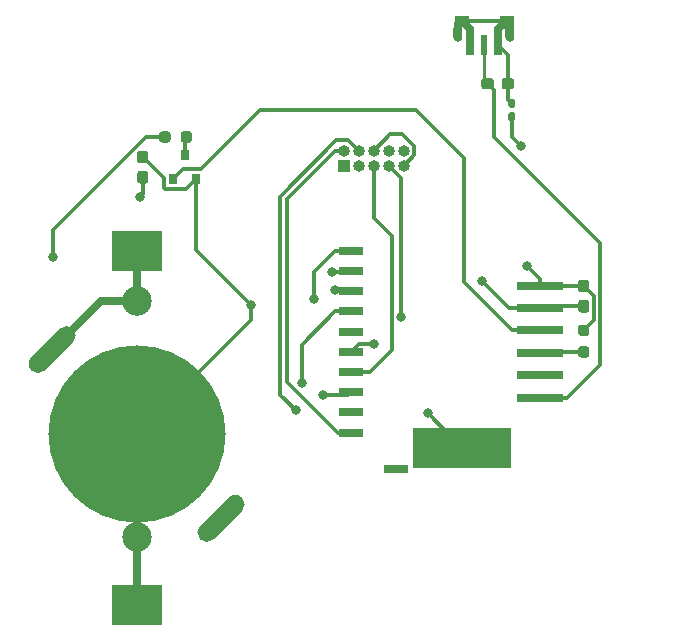
<source format=gbr>
G04 #@! TF.GenerationSoftware,KiCad,Pcbnew,(5.1.9-0-10_14)*
G04 #@! TF.CreationDate,2021-03-14T11:16:57+08:00*
G04 #@! TF.ProjectId,mops-out,6d6f7073-2d6f-4757-942e-6b696361645f,rev?*
G04 #@! TF.SameCoordinates,Original*
G04 #@! TF.FileFunction,Copper,L1,Top*
G04 #@! TF.FilePolarity,Positive*
%FSLAX46Y46*%
G04 Gerber Fmt 4.6, Leading zero omitted, Abs format (unit mm)*
G04 Created by KiCad (PCBNEW (5.1.9-0-10_14)) date 2021-03-14 11:16:57*
%MOMM*%
%LPD*%
G01*
G04 APERTURE LIST*
G04 #@! TA.AperFunction,SMDPad,CuDef*
%ADD10R,4.199992X3.499993*%
G04 #@! TD*
G04 #@! TA.AperFunction,ComponentPad*
%ADD11C,2.499995*%
G04 #@! TD*
G04 #@! TA.AperFunction,SMDPad,CuDef*
%ADD12C,14.999995*%
G04 #@! TD*
G04 #@! TA.AperFunction,SMDPad,CuDef*
%ADD13R,0.800000X0.900000*%
G04 #@! TD*
G04 #@! TA.AperFunction,SMDPad,CuDef*
%ADD14R,8.400034X3.499866*%
G04 #@! TD*
G04 #@! TA.AperFunction,SMDPad,CuDef*
%ADD15R,1.999996X0.800100*%
G04 #@! TD*
G04 #@! TA.AperFunction,SMDPad,CuDef*
%ADD16R,3.999992X0.800100*%
G04 #@! TD*
G04 #@! TA.AperFunction,ComponentPad*
%ADD17O,1.000000X1.000000*%
G04 #@! TD*
G04 #@! TA.AperFunction,ComponentPad*
%ADD18R,1.000000X1.000000*%
G04 #@! TD*
G04 #@! TA.AperFunction,ComponentPad*
%ADD19O,0.762000X1.524000*%
G04 #@! TD*
G04 #@! TA.AperFunction,SMDPad,CuDef*
%ADD20R,1.299997X0.899998*%
G04 #@! TD*
G04 #@! TA.AperFunction,SMDPad,CuDef*
%ADD21R,0.750011X1.799996*%
G04 #@! TD*
G04 #@! TA.AperFunction,SMDPad,CuDef*
%ADD22R,0.599948X1.799996*%
G04 #@! TD*
G04 #@! TA.AperFunction,ViaPad*
%ADD23C,0.800000*%
G04 #@! TD*
G04 #@! TA.AperFunction,Conductor*
%ADD24C,0.650000*%
G04 #@! TD*
G04 #@! TA.AperFunction,Conductor*
%ADD25C,0.350000*%
G04 #@! TD*
G04 #@! TA.AperFunction,Conductor*
%ADD26C,0.250000*%
G04 #@! TD*
G04 APERTURE END LIST*
D10*
X115570000Y-67054222D03*
X115570000Y-97029778D03*
D11*
X115570000Y-91279980D03*
X115570000Y-71280020D03*
G04 #@! TA.AperFunction,ComponentPad*
G36*
G01*
X124487863Y-89063705D02*
X122083705Y-91467863D01*
G75*
G02*
X120952337Y-91467863I-565684J565684D01*
G01*
X120952337Y-91467863D01*
G75*
G02*
X120952337Y-90336495I565684J565684D01*
G01*
X123356495Y-87932337D01*
G75*
G02*
X124487863Y-87932337I565684J-565684D01*
G01*
X124487863Y-87932337D01*
G75*
G02*
X124487863Y-89063705I-565684J-565684D01*
G01*
G37*
G04 #@! TD.AperFunction*
G04 #@! TA.AperFunction,ComponentPad*
G36*
G01*
X110187663Y-74763505D02*
X107783505Y-77167663D01*
G75*
G02*
X106652137Y-77167663I-565684J565684D01*
G01*
X106652137Y-77167663D01*
G75*
G02*
X106652137Y-76036295I565684J565684D01*
G01*
X109056295Y-73632137D01*
G75*
G02*
X110187663Y-73632137I565684J-565684D01*
G01*
X110187663Y-73632137D01*
G75*
G02*
X110187663Y-74763505I-565684J-565684D01*
G01*
G37*
G04 #@! TD.AperFunction*
D12*
X115570000Y-82550000D03*
G04 #@! TA.AperFunction,SMDPad,CuDef*
G36*
G01*
X119297000Y-57641500D02*
X119297000Y-57166500D01*
G75*
G02*
X119534500Y-56929000I237500J0D01*
G01*
X120034500Y-56929000D01*
G75*
G02*
X120272000Y-57166500I0J-237500D01*
G01*
X120272000Y-57641500D01*
G75*
G02*
X120034500Y-57879000I-237500J0D01*
G01*
X119534500Y-57879000D01*
G75*
G02*
X119297000Y-57641500I0J237500D01*
G01*
G37*
G04 #@! TD.AperFunction*
G04 #@! TA.AperFunction,SMDPad,CuDef*
G36*
G01*
X117472000Y-57641500D02*
X117472000Y-57166500D01*
G75*
G02*
X117709500Y-56929000I237500J0D01*
G01*
X118209500Y-56929000D01*
G75*
G02*
X118447000Y-57166500I0J-237500D01*
G01*
X118447000Y-57641500D01*
G75*
G02*
X118209500Y-57879000I-237500J0D01*
G01*
X117709500Y-57879000D01*
G75*
G02*
X117472000Y-57641500I0J237500D01*
G01*
G37*
G04 #@! TD.AperFunction*
G04 #@! TA.AperFunction,SMDPad,CuDef*
G36*
G01*
X153178500Y-75101000D02*
X153653500Y-75101000D01*
G75*
G02*
X153891000Y-75338500I0J-237500D01*
G01*
X153891000Y-75838500D01*
G75*
G02*
X153653500Y-76076000I-237500J0D01*
G01*
X153178500Y-76076000D01*
G75*
G02*
X152941000Y-75838500I0J237500D01*
G01*
X152941000Y-75338500D01*
G75*
G02*
X153178500Y-75101000I237500J0D01*
G01*
G37*
G04 #@! TD.AperFunction*
G04 #@! TA.AperFunction,SMDPad,CuDef*
G36*
G01*
X153178500Y-73276000D02*
X153653500Y-73276000D01*
G75*
G02*
X153891000Y-73513500I0J-237500D01*
G01*
X153891000Y-74013500D01*
G75*
G02*
X153653500Y-74251000I-237500J0D01*
G01*
X153178500Y-74251000D01*
G75*
G02*
X152941000Y-74013500I0J237500D01*
G01*
X152941000Y-73513500D01*
G75*
G02*
X153178500Y-73276000I237500J0D01*
G01*
G37*
G04 #@! TD.AperFunction*
D13*
X119634000Y-58944000D03*
X120584000Y-60944000D03*
X118684000Y-60944000D03*
G04 #@! TA.AperFunction,SMDPad,CuDef*
G36*
G01*
X115840500Y-60269000D02*
X116315500Y-60269000D01*
G75*
G02*
X116553000Y-60506500I0J-237500D01*
G01*
X116553000Y-61106500D01*
G75*
G02*
X116315500Y-61344000I-237500J0D01*
G01*
X115840500Y-61344000D01*
G75*
G02*
X115603000Y-61106500I0J237500D01*
G01*
X115603000Y-60506500D01*
G75*
G02*
X115840500Y-60269000I237500J0D01*
G01*
G37*
G04 #@! TD.AperFunction*
G04 #@! TA.AperFunction,SMDPad,CuDef*
G36*
G01*
X115840500Y-58544000D02*
X116315500Y-58544000D01*
G75*
G02*
X116553000Y-58781500I0J-237500D01*
G01*
X116553000Y-59381500D01*
G75*
G02*
X116315500Y-59619000I-237500J0D01*
G01*
X115840500Y-59619000D01*
G75*
G02*
X115603000Y-59381500I0J237500D01*
G01*
X115603000Y-58781500D01*
G75*
G02*
X115840500Y-58544000I237500J0D01*
G01*
G37*
G04 #@! TD.AperFunction*
G04 #@! TA.AperFunction,SMDPad,CuDef*
G36*
G01*
X146465000Y-53127500D02*
X146465000Y-52652500D01*
G75*
G02*
X146702500Y-52415000I237500J0D01*
G01*
X147302500Y-52415000D01*
G75*
G02*
X147540000Y-52652500I0J-237500D01*
G01*
X147540000Y-53127500D01*
G75*
G02*
X147302500Y-53365000I-237500J0D01*
G01*
X146702500Y-53365000D01*
G75*
G02*
X146465000Y-53127500I0J237500D01*
G01*
G37*
G04 #@! TD.AperFunction*
G04 #@! TA.AperFunction,SMDPad,CuDef*
G36*
G01*
X144740000Y-53127500D02*
X144740000Y-52652500D01*
G75*
G02*
X144977500Y-52415000I237500J0D01*
G01*
X145577500Y-52415000D01*
G75*
G02*
X145815000Y-52652500I0J-237500D01*
G01*
X145815000Y-53127500D01*
G75*
G02*
X145577500Y-53365000I-237500J0D01*
G01*
X144977500Y-53365000D01*
G75*
G02*
X144740000Y-53127500I0J237500D01*
G01*
G37*
G04 #@! TD.AperFunction*
G04 #@! TA.AperFunction,SMDPad,CuDef*
G36*
G01*
X153178500Y-71191000D02*
X153653500Y-71191000D01*
G75*
G02*
X153891000Y-71428500I0J-237500D01*
G01*
X153891000Y-72028500D01*
G75*
G02*
X153653500Y-72266000I-237500J0D01*
G01*
X153178500Y-72266000D01*
G75*
G02*
X152941000Y-72028500I0J237500D01*
G01*
X152941000Y-71428500D01*
G75*
G02*
X153178500Y-71191000I237500J0D01*
G01*
G37*
G04 #@! TD.AperFunction*
G04 #@! TA.AperFunction,SMDPad,CuDef*
G36*
G01*
X153178500Y-69466000D02*
X153653500Y-69466000D01*
G75*
G02*
X153891000Y-69703500I0J-237500D01*
G01*
X153891000Y-70303500D01*
G75*
G02*
X153653500Y-70541000I-237500J0D01*
G01*
X153178500Y-70541000D01*
G75*
G02*
X152941000Y-70303500I0J237500D01*
G01*
X152941000Y-69703500D01*
G75*
G02*
X153178500Y-69466000I237500J0D01*
G01*
G37*
G04 #@! TD.AperFunction*
G04 #@! TA.AperFunction,SMDPad,CuDef*
G36*
G01*
X147475000Y-54918000D02*
X147165000Y-54918000D01*
G75*
G02*
X147010000Y-54763000I0J155000D01*
G01*
X147010000Y-54338000D01*
G75*
G02*
X147165000Y-54183000I155000J0D01*
G01*
X147475000Y-54183000D01*
G75*
G02*
X147630000Y-54338000I0J-155000D01*
G01*
X147630000Y-54763000D01*
G75*
G02*
X147475000Y-54918000I-155000J0D01*
G01*
G37*
G04 #@! TD.AperFunction*
G04 #@! TA.AperFunction,SMDPad,CuDef*
G36*
G01*
X147475000Y-56053000D02*
X147165000Y-56053000D01*
G75*
G02*
X147010000Y-55898000I0J155000D01*
G01*
X147010000Y-55473000D01*
G75*
G02*
X147165000Y-55318000I155000J0D01*
G01*
X147475000Y-55318000D01*
G75*
G02*
X147630000Y-55473000I0J-155000D01*
G01*
X147630000Y-55898000D01*
G75*
G02*
X147475000Y-56053000I-155000J0D01*
G01*
G37*
G04 #@! TD.AperFunction*
D14*
X143148050Y-83728052D03*
D15*
X137548112Y-85477858D03*
D16*
X149697948Y-79478124D03*
X149697948Y-77577950D03*
X149697948Y-75678030D03*
X149697948Y-73778110D03*
X149697948Y-71877936D03*
X149697948Y-69978016D03*
D15*
X133697980Y-67037966D03*
X133697980Y-68747894D03*
X133697980Y-70458076D03*
X133697980Y-72168004D03*
X133697980Y-73877932D03*
X133697980Y-75588114D03*
X133697980Y-77298042D03*
X133697980Y-79007970D03*
X133697980Y-80717898D03*
X133697980Y-82428080D03*
D17*
X138176000Y-59817000D03*
X138176000Y-58547000D03*
X136906000Y-59817000D03*
X136906000Y-58547000D03*
X135636000Y-59817000D03*
X135636000Y-58547000D03*
X134366000Y-59817000D03*
X134366000Y-58547000D03*
X133096000Y-58547000D03*
D18*
X133096000Y-59817000D03*
D19*
X142800106Y-48600000D03*
X147199894Y-48600000D03*
D20*
X143096270Y-47559108D03*
X146903730Y-47559362D03*
D21*
X143784356Y-49640638D03*
D22*
X144985268Y-49640638D03*
D21*
X146186180Y-49640638D03*
D23*
X125222000Y-71628000D03*
X140208000Y-80772000D03*
X144780000Y-69596000D03*
X130556000Y-71120000D03*
X132080000Y-68834000D03*
X137935000Y-72644000D03*
X135636000Y-74930000D03*
X132334000Y-70358000D03*
X148590000Y-68326000D03*
X148082000Y-58166000D03*
X129032000Y-80518000D03*
X131318000Y-79248000D03*
X129540000Y-78232000D03*
X115824000Y-62484000D03*
X108458000Y-67564000D03*
D24*
X143784356Y-48247194D02*
X143096270Y-47559108D01*
X143784356Y-49640638D02*
X143784356Y-48247194D01*
X146186180Y-48276912D02*
X146903730Y-47559362D01*
X146186180Y-49640638D02*
X146186180Y-48276912D01*
X142800106Y-47855272D02*
X143096270Y-47559108D01*
X142800106Y-48600000D02*
X142800106Y-47855272D01*
X147199894Y-47855526D02*
X146903730Y-47559362D01*
X147199894Y-48600000D02*
X147199894Y-47855526D01*
D25*
X147002500Y-50456958D02*
X146186180Y-49640638D01*
X147002500Y-52890000D02*
X147002500Y-50456958D01*
X143096524Y-47559362D02*
X143096270Y-47559108D01*
X146903730Y-47559362D02*
X143096524Y-47559362D01*
D24*
X115570000Y-91279980D02*
X115570000Y-97029778D01*
X115570000Y-82550000D02*
X115570000Y-91279980D01*
D25*
X149847384Y-71728500D02*
X149697948Y-71877936D01*
X153416000Y-71728500D02*
X149847384Y-71728500D01*
X147002500Y-54233000D02*
X147320000Y-54550500D01*
X147002500Y-52890000D02*
X147002500Y-54233000D01*
X139051001Y-58126999D02*
X138074002Y-57150000D01*
X139051001Y-58941999D02*
X139051001Y-58126999D01*
X138176000Y-59817000D02*
X139051001Y-58941999D01*
X137033000Y-57150000D02*
X135636000Y-58547000D01*
X138074002Y-57150000D02*
X137033000Y-57150000D01*
X125222000Y-72898000D02*
X125222000Y-71628000D01*
X115570000Y-82550000D02*
X125222000Y-72898000D01*
X120584000Y-66990000D02*
X125222000Y-71628000D01*
X120584000Y-60944000D02*
X120584000Y-66990000D01*
X117983999Y-61769001D02*
X117908999Y-61694001D01*
X119758999Y-61769001D02*
X117983999Y-61769001D01*
X117908999Y-60912499D02*
X116078000Y-59081500D01*
X117908999Y-61694001D02*
X117908999Y-60912499D01*
X120584000Y-60944000D02*
X119758999Y-61769001D01*
X143148050Y-83712050D02*
X143148050Y-83728052D01*
X140208000Y-80772000D02*
X143148050Y-83712050D01*
X147061936Y-71877936D02*
X144780000Y-69596000D01*
X149697948Y-71877936D02*
X147061936Y-71877936D01*
X130556000Y-68829948D02*
X130556000Y-71120000D01*
X132347982Y-67037966D02*
X130556000Y-68829948D01*
X133697980Y-67037966D02*
X132347982Y-67037966D01*
X133611874Y-68834000D02*
X133697980Y-68747894D01*
X132080000Y-68834000D02*
X133611874Y-68834000D01*
X137935000Y-60846000D02*
X137935000Y-72644000D01*
X136906000Y-59817000D02*
X137935000Y-60846000D01*
X134356094Y-74930000D02*
X133697980Y-75588114D01*
X135636000Y-74930000D02*
X134356094Y-74930000D01*
X132434076Y-70458076D02*
X132334000Y-70358000D01*
X133697980Y-70458076D02*
X132434076Y-70458076D01*
X135636000Y-59817000D02*
X135636000Y-64262000D01*
X135636000Y-64262000D02*
X137160000Y-65786000D01*
X137160000Y-65786000D02*
X137160000Y-75438000D01*
X135299958Y-77298042D02*
X133697980Y-77298042D01*
X137160000Y-75438000D02*
X135299958Y-77298042D01*
D24*
X115570000Y-71280020D02*
X115570000Y-67054222D01*
X112539780Y-71280020D02*
X108419900Y-75399900D01*
X115570000Y-71280020D02*
X112539780Y-71280020D01*
D25*
X149723432Y-70003500D02*
X149697948Y-69978016D01*
X153416000Y-70003500D02*
X149723432Y-70003500D01*
X154266010Y-70853510D02*
X153416000Y-70003500D01*
X154266010Y-72913490D02*
X154266010Y-70853510D01*
X153416000Y-73763500D02*
X154266010Y-72913490D01*
X149697948Y-69433948D02*
X148590000Y-68326000D01*
X149697948Y-69978016D02*
X149697948Y-69433948D01*
X147320000Y-57404000D02*
X148082000Y-58166000D01*
X147320000Y-55685500D02*
X147320000Y-57404000D01*
X127719990Y-79205990D02*
X129032000Y-80518000D01*
X127719990Y-62438073D02*
X127719990Y-79205990D01*
X132486064Y-57671999D02*
X127719990Y-62438073D01*
X133490999Y-57671999D02*
X132486064Y-57671999D01*
X134366000Y-58547000D02*
X133490999Y-57671999D01*
X133457950Y-79248000D02*
X133697980Y-79007970D01*
X131318000Y-79248000D02*
X133457950Y-79248000D01*
X132388894Y-58547000D02*
X128270000Y-62665894D01*
X133096000Y-58547000D02*
X132388894Y-58547000D01*
X128270000Y-78109002D02*
X132589078Y-82428080D01*
X132589078Y-82428080D02*
X133697980Y-82428080D01*
X128270000Y-62665894D02*
X128270000Y-78109002D01*
D26*
X144985268Y-52597768D02*
X145277500Y-52890000D01*
X144985268Y-49640638D02*
X144985268Y-52597768D01*
D25*
X152047944Y-79478124D02*
X154816020Y-76710048D01*
X154816020Y-66381719D02*
X145796000Y-57361699D01*
X154816020Y-76710048D02*
X154816020Y-66381719D01*
X149697948Y-79478124D02*
X152047944Y-79478124D01*
X145796000Y-53408500D02*
X145277500Y-52890000D01*
X145796000Y-57361699D02*
X145796000Y-53408500D01*
X149787478Y-75588500D02*
X149697948Y-75678030D01*
X153416000Y-75588500D02*
X149787478Y-75588500D01*
X120983001Y-60118999D02*
X119509001Y-60118999D01*
X119509001Y-60118999D02*
X118684000Y-60944000D01*
X125984000Y-55118000D02*
X120983001Y-60118999D01*
X139192000Y-55118000D02*
X125984000Y-55118000D01*
X143256000Y-69686158D02*
X143256000Y-59182000D01*
X143256000Y-59182000D02*
X139192000Y-55118000D01*
X147347952Y-73778110D02*
X143256000Y-69686158D01*
X149697948Y-73778110D02*
X147347952Y-73778110D01*
X129540000Y-74975986D02*
X129540000Y-78232000D01*
X132347982Y-72168004D02*
X129540000Y-74975986D01*
X133697980Y-72168004D02*
X132347982Y-72168004D01*
X116078000Y-60806500D02*
X116078000Y-61214000D01*
X116078000Y-62230000D02*
X115824000Y-62484000D01*
X116078000Y-61214000D02*
X116078000Y-62230000D01*
X108458000Y-65297778D02*
X108458000Y-67564000D01*
X116351778Y-57404000D02*
X108458000Y-65297778D01*
X117959500Y-57404000D02*
X116351778Y-57404000D01*
X119634000Y-57554500D02*
X119784500Y-57404000D01*
X119634000Y-58944000D02*
X119634000Y-57554500D01*
M02*

</source>
